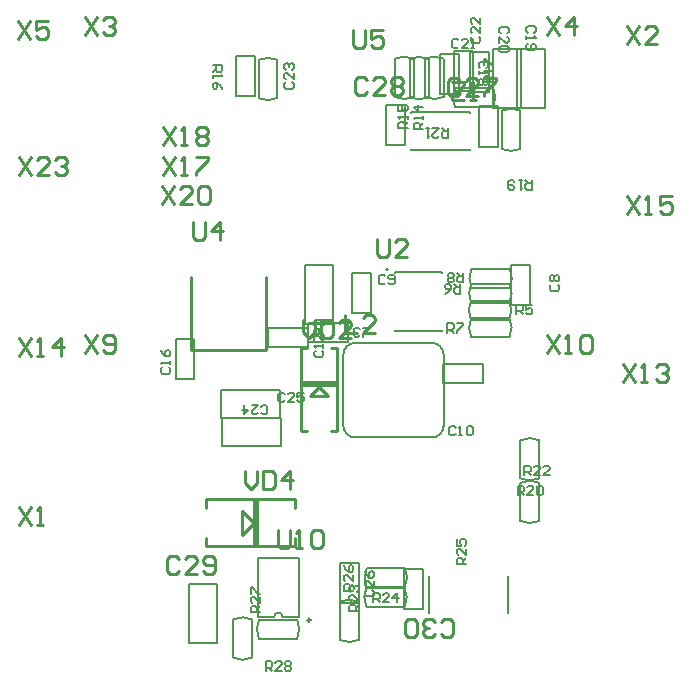
<source format=gto>
G04*
G04 #@! TF.GenerationSoftware,Altium Limited,Altium Designer,24.4.1 (13)*
G04*
G04 Layer_Color=65535*
%FSLAX44Y44*%
%MOMM*%
G71*
G04*
G04 #@! TF.SameCoordinates,5A4A1F7D-102A-4DB2-8EF6-149E98EE43DC*
G04*
G04*
G04 #@! TF.FilePolarity,Positive*
G04*
G01*
G75*
%ADD10C,0.2000*%
%ADD11C,0.2500*%
%ADD12C,0.1270*%
%ADD13C,0.2540*%
%ADD14C,0.1500*%
%ADD15R,0.5000X4.0000*%
%ADD16R,3.0000X0.5000*%
D10*
X444450Y1343149D02*
G03*
X428550Y1343149I-7950J-16149D01*
G01*
Y1310851D02*
G03*
X444450Y1310851I7950J16149D01*
G01*
X569300Y1311851D02*
G03*
X585200Y1311851I7950J16149D01*
G01*
Y1344149D02*
G03*
X569300Y1344149I-7950J-16149D01*
G01*
X572450Y1343899D02*
G03*
X556550Y1343899I-7950J-16149D01*
G01*
Y1311601D02*
G03*
X572450Y1311601I7950J16149D01*
G01*
X559700Y1344149D02*
G03*
X543800Y1344149I-7950J-16149D01*
G01*
Y1311851D02*
G03*
X559700Y1311851I7950J16149D01*
G01*
X594851Y1319450D02*
G03*
X594851Y1303550I16149J-7950D01*
G01*
X627149D02*
G03*
X627149Y1319450I-16149J7950D01*
G01*
X650200Y1300149D02*
G03*
X634300Y1300149I-7950J-16149D01*
G01*
Y1267851D02*
G03*
X650200Y1267851I7950J16149D01*
G01*
X650300Y988851D02*
G03*
X666200Y988851I7950J16149D01*
G01*
Y1021149D02*
G03*
X650300Y1021149I-7950J-16149D01*
G01*
X666200Y985149D02*
G03*
X650300Y985149I-7950J-16149D01*
G01*
Y952851D02*
G03*
X666200Y952851I7950J16149D01*
G01*
X407050Y837101D02*
G03*
X422950Y837101I7950J16149D01*
G01*
Y869399D02*
G03*
X407050Y869399I-7950J-16149D01*
G01*
X461149Y853300D02*
G03*
X461149Y869200I-16149J7950D01*
G01*
X428851D02*
G03*
X428851Y853300I16149J-7950D01*
G01*
X448917Y871500D02*
G03*
X441583Y871500I-3667J0D01*
G01*
X497300Y852101D02*
G03*
X513200Y852101I7950J16149D01*
G01*
Y884399D02*
G03*
X497300Y884399I-7950J-16149D01*
G01*
X519851Y896200D02*
G03*
X519851Y880300I16149J-7950D01*
G01*
X552149D02*
G03*
X552149Y896200I-16149J7950D01*
G01*
X520101Y912700D02*
G03*
X520101Y896800I16149J-7950D01*
G01*
X552399D02*
G03*
X552399Y912700I-16149J7950D01*
G01*
X538330Y1165900D02*
G03*
X538330Y1165900I-1000J0D01*
G01*
X608601Y1124450D02*
G03*
X608601Y1108550I16149J-7950D01*
G01*
X640899D02*
G03*
X640899Y1124450I-16149J7950D01*
G01*
X640649Y1123300D02*
G03*
X640649Y1139200I-16149J7950D01*
G01*
X608351D02*
G03*
X608351Y1123300I16149J-7950D01*
G01*
X640899Y1137550D02*
G03*
X640899Y1153450I-16149J7950D01*
G01*
X608601D02*
G03*
X608601Y1137550I16149J-7950D01*
G01*
X608851Y1166200D02*
G03*
X608851Y1150300I16149J-7950D01*
G01*
X641149D02*
G03*
X641149Y1166200I-16149J7950D01*
G01*
X510250Y1103500D02*
G03*
X500250Y1093500I0J-10000D01*
G01*
X585250D02*
G03*
X575250Y1103500I-10000J0D01*
G01*
X500250Y1033500D02*
G03*
X510250Y1023500I10000J0D01*
G01*
X575250D02*
G03*
X585250Y1033500I0J10000D01*
G01*
X425750Y1312500D02*
Y1346500D01*
X409750Y1312500D02*
X425750D01*
X409750D02*
Y1346500D01*
X425750D01*
X428500Y1311000D02*
Y1343000D01*
X444500Y1311000D02*
Y1343000D01*
X585250Y1312000D02*
Y1344000D01*
X569250Y1312000D02*
Y1344000D01*
X556500Y1311750D02*
Y1343750D01*
X572500Y1311750D02*
Y1343750D01*
X543750Y1312000D02*
Y1344000D01*
X559750Y1312000D02*
Y1344000D01*
X582250Y1314250D02*
Y1348250D01*
X598250D01*
Y1314250D02*
Y1348250D01*
X582250Y1314250D02*
X598250D01*
X594250Y1316750D02*
Y1350750D01*
X610250D01*
Y1316750D02*
Y1350750D01*
X594250Y1316750D02*
X610250D01*
X607500Y1316250D02*
X623500D01*
Y1350250D01*
X607500D02*
X623500D01*
X607500Y1316250D02*
Y1350250D01*
X595000Y1303500D02*
X627000D01*
X595000Y1319500D02*
X627000D01*
X647000Y1302500D02*
Y1352500D01*
X671000D01*
Y1302500D02*
Y1352500D01*
X647000Y1302500D02*
X671000D01*
X536750Y1305000D02*
X552750D01*
X536750Y1271000D02*
Y1305000D01*
Y1271000D02*
X552750D01*
Y1305000D01*
X626750Y1302500D02*
Y1352500D01*
X650750D01*
Y1302500D02*
Y1352500D01*
X626750Y1302500D02*
X650750D01*
X634250Y1268000D02*
Y1300000D01*
X650250Y1268000D02*
Y1300000D01*
X615000Y1303750D02*
X631000D01*
X615000Y1269750D02*
Y1303750D01*
Y1269750D02*
X631000D01*
Y1303750D01*
X666250Y989000D02*
Y1021000D01*
X650250Y989000D02*
Y1021000D01*
Y953000D02*
Y985000D01*
X666250Y953000D02*
Y985000D01*
X369500Y849250D02*
Y899250D01*
X393500D01*
Y849250D02*
Y899250D01*
X369500Y849250D02*
X393500D01*
X423000Y837250D02*
Y869250D01*
X407000Y837250D02*
Y869250D01*
X429000D02*
X461000D01*
X429000Y853250D02*
X461000D01*
X427750Y871500D02*
Y921500D01*
X462750Y871500D02*
Y921500D01*
X427750D02*
X462750D01*
X427750Y871500D02*
X441583D01*
X448916D02*
X462750D01*
X497500Y917000D02*
X513500D01*
X497500Y883000D02*
Y917000D01*
Y883000D02*
X513500D01*
Y917000D01*
X551500Y912250D02*
X567500D01*
X551500Y878250D02*
Y912250D01*
Y878250D02*
X567500D01*
Y912250D01*
X513250Y852250D02*
Y884250D01*
X497250Y852250D02*
Y884250D01*
X520000Y880250D02*
X552000D01*
X520000Y896250D02*
X552000D01*
X520250Y896750D02*
X552250D01*
X520250Y912750D02*
X552250D01*
X358250Y1106750D02*
X374250D01*
X358250Y1072750D02*
Y1106750D01*
Y1072750D02*
X374250D01*
Y1106750D01*
X470250Y1100000D02*
Y1116000D01*
X436250D02*
X470250D01*
X436250Y1100000D02*
Y1116000D01*
Y1100000D02*
X470250D01*
X608750Y1108500D02*
X640750D01*
X608750Y1124500D02*
X640750D01*
X608500Y1139250D02*
X640500D01*
X608500Y1123250D02*
X640500D01*
X608750Y1153500D02*
X640750D01*
X608750Y1137500D02*
X640750D01*
X609000Y1150250D02*
X641000D01*
X609000Y1166250D02*
X641000D01*
X470250Y1120500D02*
X504250D01*
Y1104500D02*
Y1120500D01*
X470250Y1104500D02*
X504250D01*
X470250D02*
Y1120500D01*
X467500Y1169500D02*
X491500D01*
X467500Y1119500D02*
Y1169500D01*
Y1119500D02*
X491500D01*
Y1169500D01*
X510250Y1103500D02*
X575250D01*
X500250Y1033500D02*
Y1093500D01*
X585250Y1033500D02*
Y1093500D01*
X510250Y1023500D02*
X575250D01*
X446500Y1039750D02*
Y1063750D01*
X396500D02*
X446500D01*
X396500Y1039750D02*
Y1063750D01*
Y1039750D02*
X446500D01*
X447500Y1016000D02*
Y1040000D01*
X397500D02*
X447500D01*
X397500Y1016000D02*
Y1040000D01*
Y1016000D02*
X447500D01*
X508000Y1128500D02*
Y1162500D01*
X524000D01*
Y1128500D02*
Y1162500D01*
X508000Y1128500D02*
X524000D01*
X642000Y1135750D02*
Y1169750D01*
X658000D01*
Y1135750D02*
Y1169750D01*
X642000Y1135750D02*
X658000D01*
X584500Y1069500D02*
X618500D01*
X584500D02*
Y1085500D01*
X618500D01*
Y1069500D02*
Y1085500D01*
D11*
X472500Y868950D02*
G03*
X472500Y868950I-1250J0D01*
G01*
X459000Y963750D02*
Y971250D01*
Y931250D02*
Y938750D01*
X384000Y931250D02*
Y938750D01*
Y963750D02*
Y971250D01*
X414500Y941250D02*
X424500Y951250D01*
X414500Y941250D02*
Y961250D01*
X424500Y951250D01*
X384000Y931250D02*
X459000D01*
X384000Y971250D02*
X459000D01*
X435025Y1097875D02*
Y1159625D01*
X371525Y1097875D02*
X435025D01*
X371525D02*
Y1159625D01*
X479750Y1066500D02*
X487250Y1059000D01*
X487250D01*
X472250D02*
X479750Y1066500D01*
X479750D01*
X472250Y1059000D02*
X487250D01*
X464750Y1099000D02*
X469750D01*
X489750D02*
X494750D01*
X489750Y1029000D02*
X494750D01*
X464750D02*
X469750D01*
X494750D02*
Y1099000D01*
X464750Y1029000D02*
Y1099000D01*
D12*
X557250Y1266750D02*
Y1267550D01*
Y1297950D02*
Y1298750D01*
X607250Y1266750D02*
Y1267550D01*
Y1297950D02*
Y1298750D01*
X557250Y1266750D02*
X607250D01*
X557250Y1298750D02*
X607250D01*
X639750Y875260D02*
Y906460D01*
X572750Y875260D02*
Y906460D01*
X584000Y1113500D02*
Y1114500D01*
X544000Y1113500D02*
Y1114500D01*
Y1113500D02*
X584000D01*
X544000Y1162500D02*
Y1163500D01*
X584000Y1162500D02*
Y1163500D01*
X544000D02*
X584000D01*
D13*
X583403Y856906D02*
X585942Y854367D01*
X591021D01*
X593560Y856906D01*
Y867063D01*
X591021Y869602D01*
X585942D01*
X583403Y867063D01*
X578325Y856906D02*
X575786Y854367D01*
X570707D01*
X568168Y856906D01*
Y859445D01*
X570707Y861984D01*
X573247D01*
X570707D01*
X568168Y864524D01*
Y867063D01*
X570707Y869602D01*
X575786D01*
X578325Y867063D01*
X563090Y856906D02*
X560551Y854367D01*
X555472D01*
X552933Y856906D01*
Y867063D01*
X555472Y869602D01*
X560551D01*
X563090Y867063D01*
Y856906D01*
X361439Y920492D02*
X358899Y923031D01*
X353821D01*
X351282Y920492D01*
Y910335D01*
X353821Y907796D01*
X358899D01*
X361439Y910335D01*
X376674Y907796D02*
X366517D01*
X376674Y917953D01*
Y920492D01*
X374135Y923031D01*
X369056D01*
X366517Y920492D01*
X381752Y910335D02*
X384291Y907796D01*
X389370D01*
X391909Y910335D01*
Y920492D01*
X389370Y923031D01*
X384291D01*
X381752Y920492D01*
Y917953D01*
X384291Y915414D01*
X391909D01*
X520697Y1326384D02*
X518158Y1328923D01*
X513079D01*
X510540Y1326384D01*
Y1316227D01*
X513079Y1313688D01*
X518158D01*
X520697Y1316227D01*
X535932Y1313688D02*
X525775D01*
X535932Y1323845D01*
Y1326384D01*
X533393Y1328923D01*
X528314D01*
X525775Y1326384D01*
X541010D02*
X543549Y1328923D01*
X548628D01*
X551167Y1326384D01*
Y1323845D01*
X548628Y1321306D01*
X551167Y1318766D01*
Y1316227D01*
X548628Y1313688D01*
X543549D01*
X541010Y1316227D01*
Y1318766D01*
X543549Y1321306D01*
X541010Y1323845D01*
Y1326384D01*
X543549Y1321306D02*
X548628D01*
X598935Y1325154D02*
X596395Y1327693D01*
X591317D01*
X588778Y1325154D01*
Y1314997D01*
X591317Y1312458D01*
X596395D01*
X598935Y1314997D01*
X614170Y1312458D02*
X604013D01*
X614170Y1322615D01*
Y1325154D01*
X611631Y1327693D01*
X606552D01*
X604013Y1325154D01*
X619248Y1327693D02*
X629405D01*
Y1325154D01*
X619248Y1314997D01*
Y1312458D01*
X445008Y945383D02*
Y932687D01*
X447547Y930148D01*
X452626D01*
X455165Y932687D01*
Y945383D01*
X460243Y930148D02*
X465321D01*
X462782D01*
Y945383D01*
X460243Y942844D01*
X472939D02*
X475478Y945383D01*
X480556D01*
X483096Y942844D01*
Y932687D01*
X480556Y930148D01*
X475478D01*
X472939Y932687D01*
Y942844D01*
X592074Y1324351D02*
X602231D01*
Y1321812D01*
X592074Y1311655D01*
Y1309116D01*
X602231D01*
X607309D02*
X612387D01*
X609848D01*
Y1324351D01*
X607309Y1321812D01*
X225806Y1261359D02*
X235963Y1246124D01*
Y1261359D02*
X225806Y1246124D01*
X251198D02*
X241041D01*
X251198Y1256281D01*
Y1258820D01*
X248659Y1261359D01*
X243580D01*
X241041Y1258820D01*
X256276D02*
X258815Y1261359D01*
X263894D01*
X266433Y1258820D01*
Y1256281D01*
X263894Y1253742D01*
X261355D01*
X263894D01*
X266433Y1251202D01*
Y1248663D01*
X263894Y1246124D01*
X258815D01*
X256276Y1248663D01*
X346964Y1236213D02*
X357121Y1220978D01*
Y1236213D02*
X346964Y1220978D01*
X372356D02*
X362199D01*
X372356Y1231135D01*
Y1233674D01*
X369817Y1236213D01*
X364738D01*
X362199Y1233674D01*
X377434D02*
X379973Y1236213D01*
X385052D01*
X387591Y1233674D01*
Y1223517D01*
X385052Y1220978D01*
X379973D01*
X377434Y1223517D01*
Y1233674D01*
X347218Y1285997D02*
X357375Y1270762D01*
Y1285997D02*
X347218Y1270762D01*
X362453D02*
X367531D01*
X364992D01*
Y1285997D01*
X362453Y1283458D01*
X375149D02*
X377688Y1285997D01*
X382766D01*
X385306Y1283458D01*
Y1280919D01*
X382766Y1278380D01*
X385306Y1275840D01*
Y1273301D01*
X382766Y1270762D01*
X377688D01*
X375149Y1273301D01*
Y1275840D01*
X377688Y1278380D01*
X375149Y1280919D01*
Y1283458D01*
X377688Y1278380D02*
X382766D01*
X347218Y1261105D02*
X357375Y1245870D01*
Y1261105D02*
X347218Y1245870D01*
X362453D02*
X367531D01*
X364992D01*
Y1261105D01*
X362453Y1258566D01*
X375149Y1261105D02*
X385306D01*
Y1258566D01*
X375149Y1248409D01*
Y1245870D01*
X740156Y1228085D02*
X750313Y1212850D01*
Y1228085D02*
X740156Y1212850D01*
X755391D02*
X760469D01*
X757930D01*
Y1228085D01*
X755391Y1225546D01*
X778244Y1228085D02*
X768087D01*
Y1220468D01*
X773165Y1223007D01*
X775704D01*
X778244Y1220468D01*
Y1215389D01*
X775704Y1212850D01*
X770626D01*
X768087Y1215389D01*
X225552Y1107689D02*
X235709Y1092454D01*
Y1107689D02*
X225552Y1092454D01*
X240787D02*
X245865D01*
X243326D01*
Y1107689D01*
X240787Y1105150D01*
X261101Y1092454D02*
Y1107689D01*
X253483Y1100071D01*
X263640D01*
X737362Y1085591D02*
X747519Y1070356D01*
Y1085591D02*
X737362Y1070356D01*
X752597D02*
X757675D01*
X755136D01*
Y1085591D01*
X752597Y1083052D01*
X765293D02*
X767832Y1085591D01*
X772911D01*
X775450Y1083052D01*
Y1080513D01*
X772911Y1077973D01*
X770371D01*
X772911D01*
X775450Y1075434D01*
Y1072895D01*
X772911Y1070356D01*
X767832D01*
X765293Y1072895D01*
X672592Y1110483D02*
X682749Y1095248D01*
Y1110483D02*
X672592Y1095248D01*
X687827D02*
X692905D01*
X690366D01*
Y1110483D01*
X687827Y1107944D01*
X700523D02*
X703062Y1110483D01*
X708140D01*
X710680Y1107944D01*
Y1097787D01*
X708140Y1095248D01*
X703062D01*
X700523Y1097787D01*
Y1107944D01*
X281432Y1110483D02*
X291589Y1095248D01*
Y1110483D02*
X281432Y1095248D01*
X296667Y1097787D02*
X299206Y1095248D01*
X304285D01*
X306824Y1097787D01*
Y1107944D01*
X304285Y1110483D01*
X299206D01*
X296667Y1107944D01*
Y1105405D01*
X299206Y1102866D01*
X306824D01*
X224790Y1375913D02*
X234947Y1360678D01*
Y1375913D02*
X224790Y1360678D01*
X250182Y1375913D02*
X240025D01*
Y1368295D01*
X245103Y1370835D01*
X247643D01*
X250182Y1368295D01*
Y1363217D01*
X247643Y1360678D01*
X242564D01*
X240025Y1363217D01*
X672338Y1379215D02*
X682495Y1363980D01*
Y1379215D02*
X672338Y1363980D01*
X695191D02*
Y1379215D01*
X687573Y1371597D01*
X697730D01*
X281432Y1379215D02*
X291589Y1363980D01*
Y1379215D02*
X281432Y1363980D01*
X296667Y1376676D02*
X299206Y1379215D01*
X304285D01*
X306824Y1376676D01*
Y1374137D01*
X304285Y1371597D01*
X301745D01*
X304285D01*
X306824Y1369058D01*
Y1366519D01*
X304285Y1363980D01*
X299206D01*
X296667Y1366519D01*
X740664Y1371595D02*
X750821Y1356360D01*
Y1371595D02*
X740664Y1356360D01*
X766056D02*
X755899D01*
X766056Y1366517D01*
Y1369056D01*
X763517Y1371595D01*
X758438D01*
X755899Y1369056D01*
X225298Y964941D02*
X235455Y949706D01*
Y964941D02*
X225298Y949706D01*
X240533D02*
X245611D01*
X243072D01*
Y964941D01*
X240533Y962402D01*
X417068Y995421D02*
Y985264D01*
X422146Y980186D01*
X427225Y985264D01*
Y995421D01*
X432303D02*
Y980186D01*
X439921D01*
X442460Y982725D01*
Y992882D01*
X439921Y995421D01*
X432303D01*
X455156Y980186D02*
Y995421D01*
X447538Y987803D01*
X457695D01*
X466090Y1123183D02*
Y1113026D01*
X471168Y1107948D01*
X476247Y1113026D01*
Y1123183D01*
X481325D02*
Y1107948D01*
X488943D01*
X491482Y1110487D01*
Y1120644D01*
X488943Y1123183D01*
X481325D01*
X506717Y1107948D02*
X496560D01*
X506717Y1118105D01*
Y1120644D01*
X504178Y1123183D01*
X499099D01*
X496560Y1120644D01*
X508762Y1368547D02*
Y1355851D01*
X511301Y1353312D01*
X516380D01*
X518919Y1355851D01*
Y1368547D01*
X534154D02*
X523997D01*
Y1360930D01*
X529075Y1363469D01*
X531615D01*
X534154Y1360930D01*
Y1355851D01*
X531615Y1353312D01*
X526536D01*
X523997Y1355851D01*
X372872Y1206241D02*
Y1193545D01*
X375411Y1191006D01*
X380490D01*
X383029Y1193545D01*
Y1206241D01*
X395725Y1191006D02*
Y1206241D01*
X388107Y1198624D01*
X398264D01*
X529082Y1191255D02*
Y1178559D01*
X531621Y1176020D01*
X536699D01*
X539239Y1178559D01*
Y1191255D01*
X554474Y1176020D02*
X544317D01*
X554474Y1186177D01*
Y1188716D01*
X551935Y1191255D01*
X546856D01*
X544317Y1188716D01*
X501904Y1127247D02*
Y1112012D01*
X512061D01*
X527296D02*
X517139D01*
X527296Y1122169D01*
Y1124708D01*
X524757Y1127247D01*
X519678D01*
X517139Y1124708D01*
D14*
X434837Y826001D02*
Y833999D01*
X438835D01*
X440168Y832666D01*
Y830000D01*
X438835Y828667D01*
X434837D01*
X437503D02*
X440168Y826001D01*
X448166D02*
X442834D01*
X448166Y831333D01*
Y832666D01*
X446833Y833999D01*
X444167D01*
X442834Y832666D01*
X450832D02*
X452165Y833999D01*
X454830D01*
X456163Y832666D01*
Y831333D01*
X454830Y830000D01*
X456163Y828667D01*
Y827334D01*
X454830Y826001D01*
X452165D01*
X450832Y827334D01*
Y828667D01*
X452165Y830000D01*
X450832Y831333D01*
Y832666D01*
X452165Y830000D02*
X454830D01*
X429749Y875337D02*
X421751D01*
Y879336D01*
X423084Y880668D01*
X425750D01*
X427083Y879336D01*
Y875337D01*
Y878003D02*
X429749Y880668D01*
Y888666D02*
Y883334D01*
X424417Y888666D01*
X423084D01*
X421751Y887333D01*
Y884667D01*
X423084Y883334D01*
X421751Y891332D02*
Y896663D01*
X423084D01*
X428416Y891332D01*
X429749D01*
X508749Y893837D02*
X500751D01*
Y897835D01*
X502084Y899168D01*
X504750D01*
X506083Y897835D01*
Y893837D01*
Y896503D02*
X508749Y899168D01*
Y907166D02*
Y901834D01*
X503417Y907166D01*
X502084D01*
X500751Y905833D01*
Y903167D01*
X502084Y901834D01*
X500751Y915163D02*
X502084Y912497D01*
X504750Y909832D01*
X507416D01*
X508749Y911164D01*
Y913830D01*
X507416Y915163D01*
X506083D01*
X504750Y913830D01*
Y909832D01*
X604249Y915947D02*
X596251D01*
Y919946D01*
X597584Y921278D01*
X600250D01*
X601583Y919946D01*
Y915947D01*
Y918613D02*
X604249Y921278D01*
Y929276D02*
Y923944D01*
X598917Y929276D01*
X597584D01*
X596251Y927943D01*
Y925277D01*
X597584Y923944D01*
X596251Y937273D02*
Y931942D01*
X600250D01*
X598917Y934607D01*
Y935940D01*
X600250Y937273D01*
X602916D01*
X604249Y935940D01*
Y933275D01*
X602916Y931942D01*
X525837Y883801D02*
Y891799D01*
X529835D01*
X531168Y890466D01*
Y887800D01*
X529835Y886467D01*
X525837D01*
X528503D02*
X531168Y883801D01*
X539166D02*
X533834D01*
X539166Y889133D01*
Y890466D01*
X537833Y891799D01*
X535167D01*
X533834Y890466D01*
X545830Y883801D02*
Y891799D01*
X541832Y887800D01*
X547163D01*
X513499Y876637D02*
X505501D01*
Y880636D01*
X506834Y881968D01*
X509500D01*
X510833Y880636D01*
Y876637D01*
Y879303D02*
X513499Y881968D01*
Y889966D02*
Y884634D01*
X508167Y889966D01*
X506834D01*
X505501Y888633D01*
Y885967D01*
X506834Y884634D01*
Y892632D02*
X505501Y893965D01*
Y896630D01*
X506834Y897963D01*
X508167D01*
X509500Y896630D01*
Y895297D01*
Y896630D01*
X510833Y897963D01*
X512166D01*
X513499Y896630D01*
Y893965D01*
X512166Y892632D01*
X653637Y991501D02*
Y999499D01*
X657635D01*
X658968Y998166D01*
Y995500D01*
X657635Y994167D01*
X653637D01*
X656302D02*
X658968Y991501D01*
X666966D02*
X661634D01*
X666966Y996833D01*
Y998166D01*
X665633Y999499D01*
X662967D01*
X661634Y998166D01*
X674963Y991501D02*
X669632D01*
X674963Y996833D01*
Y998166D01*
X673630Y999499D01*
X670965D01*
X669632Y998166D01*
X589030Y1285249D02*
Y1277251D01*
X585032D01*
X583699Y1278584D01*
Y1281250D01*
X585032Y1282583D01*
X589030D01*
X586365D02*
X583699Y1285249D01*
X575701D02*
X581033D01*
X575701Y1279917D01*
Y1278584D01*
X577034Y1277251D01*
X579700D01*
X581033Y1278584D01*
X573035Y1285249D02*
X570370D01*
X571702D01*
Y1277251D01*
X573035Y1278584D01*
X647887Y974501D02*
Y982499D01*
X651886D01*
X653218Y981166D01*
Y978500D01*
X651886Y977167D01*
X647887D01*
X650553D02*
X653218Y974501D01*
X661216D02*
X655884D01*
X661216Y979833D01*
Y981166D01*
X659883Y982499D01*
X657217D01*
X655884Y981166D01*
X663882D02*
X665214Y982499D01*
X667880D01*
X669213Y981166D01*
Y975834D01*
X667880Y974501D01*
X665214D01*
X663882Y975834D01*
Y981166D01*
X659697Y1241249D02*
Y1233251D01*
X655698D01*
X654365Y1234584D01*
Y1237250D01*
X655698Y1238583D01*
X659697D01*
X657031D02*
X654365Y1241249D01*
X651699D02*
X649034D01*
X650366D01*
Y1233251D01*
X651699Y1234584D01*
X645035Y1239916D02*
X643702Y1241249D01*
X641036D01*
X639703Y1239916D01*
Y1234584D01*
X641036Y1233251D01*
X643702D01*
X645035Y1234584D01*
Y1235917D01*
X643702Y1237250D01*
X639703D01*
X627249Y1324253D02*
X619251D01*
Y1328252D01*
X620584Y1329585D01*
X623250D01*
X624583Y1328252D01*
Y1324253D01*
Y1326919D02*
X627249Y1329585D01*
Y1332251D02*
Y1334917D01*
Y1333584D01*
X619251D01*
X620584Y1332251D01*
X619251Y1338915D02*
Y1344247D01*
X620584D01*
X625916Y1338915D01*
X627249D01*
X389751Y1338497D02*
X397749D01*
Y1334498D01*
X396416Y1333165D01*
X393750D01*
X392417Y1334498D01*
Y1338497D01*
Y1335831D02*
X389751Y1333165D01*
Y1330499D02*
Y1327834D01*
Y1329166D01*
X397749D01*
X396416Y1330499D01*
X397749Y1318503D02*
X396416Y1321169D01*
X393750Y1323835D01*
X391084D01*
X389751Y1322502D01*
Y1319836D01*
X391084Y1318503D01*
X392417D01*
X393750Y1319836D01*
Y1323835D01*
X554999Y1285253D02*
X547001D01*
Y1289252D01*
X548334Y1290585D01*
X551000D01*
X552333Y1289252D01*
Y1285253D01*
Y1287919D02*
X554999Y1290585D01*
Y1293251D02*
Y1295916D01*
Y1294583D01*
X547001D01*
X548334Y1293251D01*
X547001Y1305247D02*
Y1299915D01*
X551000D01*
X549667Y1302581D01*
Y1303914D01*
X551000Y1305247D01*
X553666D01*
X554999Y1303914D01*
Y1301248D01*
X553666Y1299915D01*
X567749Y1284753D02*
X559751D01*
Y1288752D01*
X561084Y1290085D01*
X563750D01*
X565083Y1288752D01*
Y1284753D01*
Y1287419D02*
X567749Y1290085D01*
Y1292751D02*
Y1295416D01*
Y1294084D01*
X559751D01*
X561084Y1292751D01*
X567749Y1303414D02*
X559751D01*
X563750Y1299415D01*
Y1304747D01*
X601914Y1162749D02*
Y1154751D01*
X597916D01*
X596583Y1156084D01*
Y1158750D01*
X597916Y1160083D01*
X601914D01*
X599249D02*
X596583Y1162749D01*
X593917Y1156084D02*
X592584Y1154751D01*
X589918D01*
X588586Y1156084D01*
Y1157417D01*
X589918Y1158750D01*
X588586Y1160083D01*
Y1161416D01*
X589918Y1162749D01*
X592584D01*
X593917Y1161416D01*
Y1160083D01*
X592584Y1158750D01*
X593917Y1157417D01*
Y1156084D01*
X592584Y1158750D02*
X589918D01*
X588335Y1112001D02*
Y1119999D01*
X592334D01*
X593667Y1118666D01*
Y1116000D01*
X592334Y1114667D01*
X588335D01*
X591001D02*
X593667Y1112001D01*
X596333Y1119999D02*
X601665D01*
Y1118666D01*
X596333Y1113334D01*
Y1112001D01*
X599414Y1153249D02*
Y1145251D01*
X595416D01*
X594083Y1146584D01*
Y1149250D01*
X595416Y1150583D01*
X599414D01*
X596749D02*
X594083Y1153249D01*
X586086Y1145251D02*
X588751Y1146584D01*
X591417Y1149250D01*
Y1151916D01*
X590084Y1153249D01*
X587418D01*
X586086Y1151916D01*
Y1150583D01*
X587418Y1149250D01*
X591417D01*
X646835Y1127751D02*
Y1135749D01*
X650834D01*
X652167Y1134416D01*
Y1131750D01*
X650834Y1130417D01*
X646835D01*
X649501D02*
X652167Y1127751D01*
X660164Y1135749D02*
X654833D01*
Y1131750D01*
X657499Y1133083D01*
X658832D01*
X660164Y1131750D01*
Y1129084D01*
X658832Y1127751D01*
X656166D01*
X654833Y1129084D01*
X519584Y894168D02*
X518251Y892835D01*
Y890170D01*
X519584Y888837D01*
X524916D01*
X526249Y890170D01*
Y892835D01*
X524916Y894168D01*
X526249Y902166D02*
Y896834D01*
X520917Y902166D01*
X519584D01*
X518251Y900833D01*
Y898167D01*
X519584Y896834D01*
X518251Y910163D02*
X519584Y907497D01*
X522250Y904832D01*
X524916D01*
X526249Y906165D01*
Y908830D01*
X524916Y910163D01*
X523583D01*
X522250Y908830D01*
Y904832D01*
X450668Y1060166D02*
X449336Y1061499D01*
X446670D01*
X445337Y1060166D01*
Y1054834D01*
X446670Y1053501D01*
X449336D01*
X450668Y1054834D01*
X458666Y1053501D02*
X453334D01*
X458666Y1058833D01*
Y1060166D01*
X457333Y1061499D01*
X454667D01*
X453334Y1060166D01*
X466663Y1061499D02*
X461332D01*
Y1057500D01*
X463997Y1058833D01*
X465330D01*
X466663Y1057500D01*
Y1054834D01*
X465330Y1053501D01*
X462664D01*
X461332Y1054834D01*
X430582Y1044334D02*
X431914Y1043001D01*
X434580D01*
X435913Y1044334D01*
Y1049666D01*
X434580Y1050999D01*
X431914D01*
X430582Y1049666D01*
X422584Y1050999D02*
X427916D01*
X422584Y1045667D01*
Y1044334D01*
X423917Y1043001D01*
X426583D01*
X427916Y1044334D01*
X415920Y1050999D02*
Y1043001D01*
X419918Y1047000D01*
X414587D01*
X451584Y1324168D02*
X450251Y1322836D01*
Y1320170D01*
X451584Y1318837D01*
X456916D01*
X458249Y1320170D01*
Y1322836D01*
X456916Y1324168D01*
X458249Y1332166D02*
Y1326834D01*
X452917Y1332166D01*
X451584D01*
X450251Y1330833D01*
Y1328167D01*
X451584Y1326834D01*
Y1334832D02*
X450251Y1336165D01*
Y1338830D01*
X451584Y1340163D01*
X452917D01*
X454250Y1338830D01*
Y1337498D01*
Y1338830D01*
X455583Y1340163D01*
X456916D01*
X458249Y1338830D01*
Y1336165D01*
X456916Y1334832D01*
X609584Y1362918D02*
X608251Y1361586D01*
Y1358920D01*
X609584Y1357587D01*
X614916D01*
X616249Y1358920D01*
Y1361586D01*
X614916Y1362918D01*
X616249Y1370916D02*
Y1365584D01*
X610917Y1370916D01*
X609584D01*
X608251Y1369583D01*
Y1366917D01*
X609584Y1365584D01*
X616249Y1378913D02*
Y1373582D01*
X610917Y1378913D01*
X609584D01*
X608251Y1377580D01*
Y1374915D01*
X609584Y1373582D01*
X597801Y1359666D02*
X596469Y1360999D01*
X593803D01*
X592470Y1359666D01*
Y1354334D01*
X593803Y1353001D01*
X596469D01*
X597801Y1354334D01*
X605799Y1353001D02*
X600467D01*
X605799Y1358333D01*
Y1359666D01*
X604466Y1360999D01*
X601800D01*
X600467Y1359666D01*
X608465Y1353001D02*
X611130D01*
X609798D01*
Y1360999D01*
X608465Y1359666D01*
X638966Y1365582D02*
X640299Y1366915D01*
Y1369580D01*
X638966Y1370913D01*
X633634D01*
X632301Y1369580D01*
Y1366915D01*
X633634Y1365582D01*
X632301Y1357584D02*
Y1362916D01*
X637633Y1357584D01*
X638966D01*
X640299Y1358917D01*
Y1361583D01*
X638966Y1362916D01*
Y1354918D02*
X640299Y1353586D01*
Y1350920D01*
X638966Y1349587D01*
X633634D01*
X632301Y1350920D01*
Y1353586D01*
X633634Y1354918D01*
X638966D01*
X661916Y1366115D02*
X663249Y1367448D01*
Y1370114D01*
X661916Y1371447D01*
X656584D01*
X655251Y1370114D01*
Y1367448D01*
X656584Y1366115D01*
X655251Y1363449D02*
Y1360784D01*
Y1362116D01*
X663249D01*
X661916Y1363449D01*
X656584Y1356785D02*
X655251Y1355452D01*
Y1352786D01*
X656584Y1351453D01*
X661916D01*
X663249Y1352786D01*
Y1355452D01*
X661916Y1356785D01*
X660583D01*
X659250Y1355452D01*
Y1351453D01*
X621416Y1336165D02*
X622749Y1337498D01*
Y1340164D01*
X621416Y1341497D01*
X616084D01*
X614751Y1340164D01*
Y1337498D01*
X616084Y1336165D01*
X614751Y1333499D02*
Y1330833D01*
Y1332166D01*
X622749D01*
X621416Y1333499D01*
Y1326835D02*
X622749Y1325502D01*
Y1322836D01*
X621416Y1321503D01*
X620083D01*
X618750Y1322836D01*
X617417Y1321503D01*
X616084D01*
X614751Y1322836D01*
Y1325502D01*
X616084Y1326835D01*
X617417D01*
X618750Y1325502D01*
X620083Y1326835D01*
X621416D01*
X618750Y1325502D02*
Y1322836D01*
X476834Y1096885D02*
X475501Y1095552D01*
Y1092886D01*
X476834Y1091553D01*
X482166D01*
X483499Y1092886D01*
Y1095552D01*
X482166Y1096885D01*
X483499Y1099551D02*
Y1102216D01*
Y1100884D01*
X475501D01*
X476834Y1099551D01*
X475501Y1106215D02*
Y1111547D01*
X476834D01*
X482166Y1106215D01*
X483499D01*
X347034Y1082835D02*
X345701Y1081502D01*
Y1078836D01*
X347034Y1077503D01*
X352366D01*
X353699Y1078836D01*
Y1081502D01*
X352366Y1082835D01*
X353699Y1085501D02*
Y1088166D01*
Y1086833D01*
X345701D01*
X347034Y1085501D01*
X345701Y1097497D02*
X347034Y1094831D01*
X349700Y1092165D01*
X352366D01*
X353699Y1093498D01*
Y1096164D01*
X352366Y1097497D01*
X351033D01*
X349700Y1096164D01*
Y1092165D01*
X595335Y1031916D02*
X594002Y1033249D01*
X591336D01*
X590003Y1031916D01*
Y1026584D01*
X591336Y1025251D01*
X594002D01*
X595335Y1026584D01*
X598001Y1025251D02*
X600666D01*
X599333D01*
Y1033249D01*
X598001Y1031916D01*
X604665D02*
X605998Y1033249D01*
X608664D01*
X609997Y1031916D01*
Y1026584D01*
X608664Y1025251D01*
X605998D01*
X604665Y1026584D01*
Y1031916D01*
X535667Y1159916D02*
X534334Y1161249D01*
X531668D01*
X530336Y1159916D01*
Y1154584D01*
X531668Y1153251D01*
X534334D01*
X535667Y1154584D01*
X538333D02*
X539666Y1153251D01*
X542332D01*
X543665Y1154584D01*
Y1159916D01*
X542332Y1161249D01*
X539666D01*
X538333Y1159916D01*
Y1158583D01*
X539666Y1157250D01*
X543665D01*
X676334Y1152917D02*
X675001Y1151584D01*
Y1148918D01*
X676334Y1147586D01*
X681666D01*
X682999Y1148918D01*
Y1151584D01*
X681666Y1152917D01*
X676334Y1155583D02*
X675001Y1156916D01*
Y1159582D01*
X676334Y1160915D01*
X677667D01*
X679000Y1159582D01*
X680333Y1160915D01*
X681666D01*
X682999Y1159582D01*
Y1156916D01*
X681666Y1155583D01*
X680333D01*
X679000Y1156916D01*
X677667Y1155583D01*
X676334D01*
X679000Y1156916D02*
Y1159582D01*
X514417Y1115166D02*
X513084Y1116499D01*
X510418D01*
X509086Y1115166D01*
Y1109834D01*
X510418Y1108501D01*
X513084D01*
X514417Y1109834D01*
X517083Y1116499D02*
X522415D01*
Y1115166D01*
X517083Y1109834D01*
Y1108501D01*
X482416Y1117583D02*
X483749Y1118916D01*
Y1121582D01*
X482416Y1122915D01*
X477084D01*
X475751Y1121582D01*
Y1118916D01*
X477084Y1117583D01*
X483749Y1109585D02*
X482416Y1112251D01*
X479750Y1114917D01*
X477084D01*
X475751Y1113584D01*
Y1110918D01*
X477084Y1109585D01*
X478417D01*
X479750Y1110918D01*
Y1114917D01*
D15*
X426500Y951250D02*
D03*
D16*
X479745Y1069002D02*
D03*
M02*

</source>
